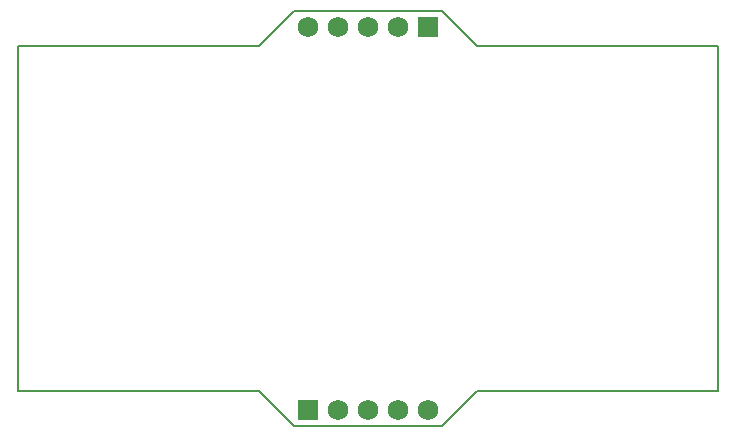
<source format=gbs>
G75*
%MOIN*%
%OFA0B0*%
%FSLAX25Y25*%
%IPPOS*%
%LPD*%
%AMOC8*
5,1,8,0,0,1.08239X$1,22.5*
%
%ADD10C,0.00600*%
%ADD11R,0.06900X0.06900*%
%ADD12C,0.06900*%
D10*
X0008065Y0019400D02*
X0008065Y0134361D01*
X0088320Y0134361D01*
X0099920Y0145961D01*
X0149420Y0145961D01*
X0161020Y0134361D01*
X0241136Y0134361D01*
X0241136Y0019400D01*
X0161020Y0019400D01*
X0149420Y0007800D01*
X0099920Y0007800D01*
X0088320Y0019400D01*
X0008065Y0019400D01*
D11*
X0104601Y0013000D03*
X0144601Y0140761D03*
D12*
X0134601Y0140761D03*
X0124601Y0140761D03*
X0114601Y0140761D03*
X0104601Y0140761D03*
X0114601Y0013000D03*
X0124601Y0013000D03*
X0134601Y0013000D03*
X0144601Y0013000D03*
M02*

</source>
